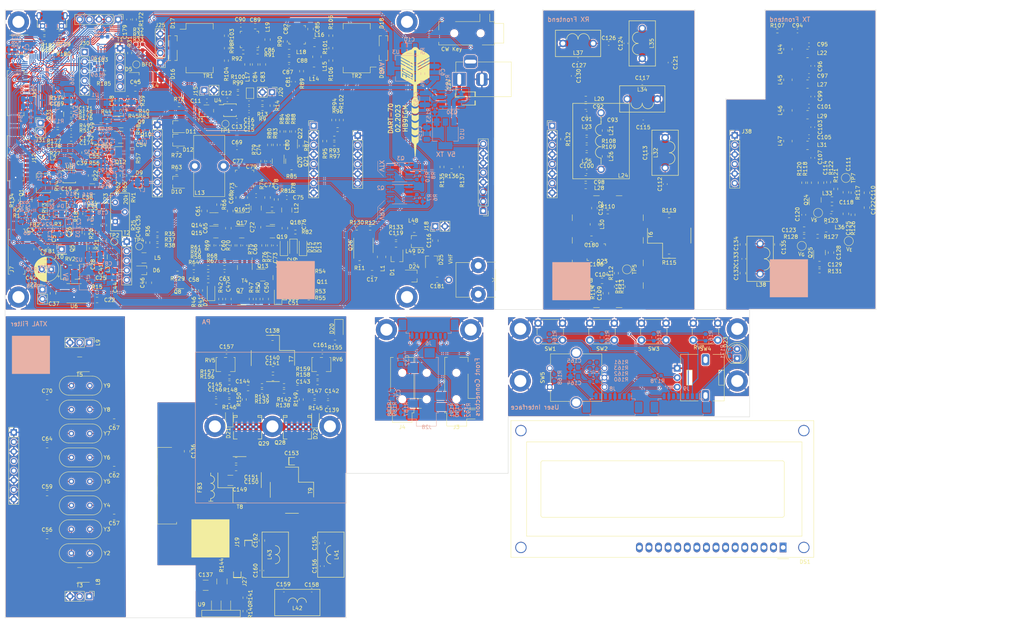
<source format=kicad_pcb>
(kicad_pcb (version 20211014) (generator pcbnew)

  (general
    (thickness 1.6)
  )

  (paper "A4")
  (layers
    (0 "F.Cu" signal)
    (31 "B.Cu" signal)
    (32 "B.Adhes" user "B.Adhesive")
    (33 "F.Adhes" user "F.Adhesive")
    (34 "B.Paste" user)
    (35 "F.Paste" user)
    (36 "B.SilkS" user "B.Silkscreen")
    (37 "F.SilkS" user "F.Silkscreen")
    (38 "B.Mask" user)
    (39 "F.Mask" user)
    (40 "Dwgs.User" user "User.Drawings")
    (41 "Cmts.User" user "User.Comments")
    (42 "Eco1.User" user "User.Eco1")
    (43 "Eco2.User" user "User.Eco2")
    (44 "Edge.Cuts" user)
    (45 "Margin" user)
    (46 "B.CrtYd" user "B.Courtyard")
    (47 "F.CrtYd" user "F.Courtyard")
    (48 "B.Fab" user)
    (49 "F.Fab" user)
    (50 "User.1" user)
    (51 "User.2" user)
    (52 "User.3" user)
    (53 "User.4" user)
    (54 "User.5" user)
    (55 "User.6" user)
    (56 "User.7" user)
    (57 "User.8" user)
    (58 "User.9" user)
  )

  (setup
    (stackup
      (layer "F.SilkS" (type "Top Silk Screen"))
      (layer "F.Paste" (type "Top Solder Paste"))
      (layer "F.Mask" (type "Top Solder Mask") (thickness 0.01))
      (layer "F.Cu" (type "copper") (thickness 0.035))
      (layer "dielectric 1" (type "core") (thickness 1.51) (material "FR4") (epsilon_r 4.5) (loss_tangent 0.02))
      (layer "B.Cu" (type "copper") (thickness 0.035))
      (layer "B.Mask" (type "Bottom Solder Mask") (thickness 0.01))
      (layer "B.Paste" (type "Bottom Solder Paste"))
      (layer "B.SilkS" (type "Bottom Silk Screen"))
      (copper_finish "None")
      (dielectric_constraints no)
    )
    (pad_to_mask_clearance 0)
    (pcbplotparams
      (layerselection 0x0000130_ffffffff)
      (disableapertmacros false)
      (usegerberextensions false)
      (usegerberattributes true)
      (usegerberadvancedattributes true)
      (creategerberjobfile true)
      (svguseinch false)
      (svgprecision 6)
      (excludeedgelayer true)
      (plotframeref false)
      (viasonmask false)
      (mode 1)
      (useauxorigin false)
      (hpglpennumber 1)
      (hpglpenspeed 20)
      (hpglpendiameter 15.000000)
      (dxfpolygonmode true)
      (dxfimperialunits true)
      (dxfusepcbnewfont true)
      (psnegative false)
      (psa4output false)
      (plotreference true)
      (plotvalue true)
      (plotinvisibletext false)
      (sketchpadsonfab false)
      (subtractmaskfromsilk false)
      (outputformat 5)
      (mirror false)
      (drillshape 0)
      (scaleselection 1)
      (outputdirectory "out")
    )
  )

  (net 0 "")
  (net 1 "+12V")
  (net 2 "GND")
  (net 3 "Net-(C2-Pad1)")
  (net 4 "Net-(C3-Pad1)")
  (net 5 "+9VA")
  (net 6 "/MIC")
  (net 7 "Net-(C6-Pad2)")
  (net 8 "+5VA")
  (net 9 "Net-(C10-Pad1)")
  (net 10 "Net-(C11-Pad1)")
  (net 11 "Net-(C11-Pad2)")
  (net 12 "Net-(C14-Pad1)")
  (net 13 "Net-(C14-Pad2)")
  (net 14 "Net-(C15-Pad1)")
  (net 15 "/BFO")
  (net 16 "Net-(C16-Pad1)")
  (net 17 "Net-(C16-Pad2)")
  (net 18 "Net-(C17-Pad1)")
  (net 19 "/Antenna Switch/TX")
  (net 20 "Net-(C18-Pad1)")
  (net 21 "Net-(C18-Pad2)")
  (net 22 "Net-(C19-Pad1)")
  (net 23 "Net-(C19-Pad2)")
  (net 24 "Net-(C20-Pad1)")
  (net 25 "Net-(C20-Pad2)")
  (net 26 "Net-(C22-Pad1)")
  (net 27 "Net-(C23-Pad1)")
  (net 28 "Net-(C23-Pad2)")
  (net 29 "Net-(C25-Pad1)")
  (net 30 "Net-(C25-Pad2)")
  (net 31 "Net-(C26-Pad1)")
  (net 32 "Net-(C27-Pad1)")
  (net 33 "Net-(C27-Pad2)")
  (net 34 "Net-(C28-Pad1)")
  (net 35 "+VRX")
  (net 36 "Net-(C31-Pad1)")
  (net 37 "Net-(C33-Pad1)")
  (net 38 "/Baseband/VAGC")
  (net 39 "Net-(C37-Pad1)")
  (net 40 "Net-(C39-Pad1)")
  (net 41 "Net-(C39-Pad2)")
  (net 42 "Net-(C40-Pad2)")
  (net 43 "Net-(C41-Pad2)")
  (net 44 "Net-(C42-Pad1)")
  (net 45 "/Baseband/SPKR_OUT")
  (net 46 "Net-(C43-Pad2)")
  (net 47 "Net-(C44-Pad2)")
  (net 48 "Net-(C45-Pad1)")
  (net 49 "Net-(C45-Pad2)")
  (net 50 "Net-(C46-Pad1)")
  (net 51 "Net-(C46-Pad2)")
  (net 52 "Net-(C47-Pad1)")
  (net 53 "Net-(C47-Pad2)")
  (net 54 "Net-(C48-Pad1)")
  (net 55 "Net-(C48-Pad2)")
  (net 56 "Net-(C49-Pad1)")
  (net 57 "Net-(C49-Pad2)")
  (net 58 "Net-(C50-Pad1)")
  (net 59 "Net-(C51-Pad2)")
  (net 60 "Net-(C52-Pad1)")
  (net 61 "Net-(C53-Pad1)")
  (net 62 "Net-(C53-Pad2)")
  (net 63 "Net-(C54-Pad2)")
  (net 64 "Net-(C55-Pad1)")
  (net 65 "Net-(C55-Pad2)")
  (net 66 "Net-(C56-Pad2)")
  (net 67 "Net-(C57-Pad2)")
  (net 68 "Net-(C58-Pad1)")
  (net 69 "Net-(C59-Pad2)")
  (net 70 "Net-(C60-Pad2)")
  (net 71 "Net-(C61-Pad1)")
  (net 72 "Net-(C62-Pad2)")
  (net 73 "Net-(C63-Pad2)")
  (net 74 "Net-(C64-Pad2)")
  (net 75 "Net-(C65-Pad1)")
  (net 76 "Net-(C65-Pad2)")
  (net 77 "Net-(C66-Pad2)")
  (net 78 "Net-(C67-Pad2)")
  (net 79 "Net-(C68-Pad1)")
  (net 80 "Net-(C69-Pad1)")
  (net 81 "Net-(C69-Pad2)")
  (net 82 "Net-(C70-Pad2)")
  (net 83 "Net-(C71-Pad2)")
  (net 84 "Net-(C72-Pad1)")
  (net 85 "Net-(C72-Pad2)")
  (net 86 "Net-(C73-Pad2)")
  (net 87 "Net-(C74-Pad2)")
  (net 88 "Net-(C75-Pad2)")
  (net 89 "Net-(C76-Pad1)")
  (net 90 "Net-(C76-Pad2)")
  (net 91 "Net-(C78-Pad1)")
  (net 92 "Net-(C80-Pad1)")
  (net 93 "Net-(C80-Pad2)")
  (net 94 "Net-(C81-Pad1)")
  (net 95 "Net-(C81-Pad2)")
  (net 96 "Net-(C82-Pad1)")
  (net 97 "Net-(C82-Pad2)")
  (net 98 "Net-(C83-Pad2)")
  (net 99 "Net-(C86-Pad1)")
  (net 100 "Net-(C86-Pad2)")
  (net 101 "Net-(C87-Pad2)")
  (net 102 "Net-(C90-Pad2)")
  (net 103 "/70MHz VHF Frontend/VHF_RX")
  (net 104 "/70MHz VHF Frontend/TX_FROM_MIX")
  (net 105 "Net-(C94-Pad2)")
  (net 106 "Net-(C96-Pad2)")
  (net 107 "Net-(C100-Pad2)")
  (net 108 "Net-(C101-Pad2)")
  (net 109 "Net-(C102-Pad2)")
  (net 110 "Net-(C103-Pad1)")
  (net 111 "Net-(C104-Pad2)")
  (net 112 "Net-(C106-Pad1)")
  (net 113 "Net-(C107-Pad2)")
  (net 114 "Net-(C108-Pad1)")
  (net 115 "Net-(C109-Pad2)")
  (net 116 "/70MHz VHF Frontend/+VTX_FE")
  (net 117 "Net-(C111-Pad2)")
  (net 118 "Net-(C112-Pad1)")
  (net 119 "Net-(C112-Pad2)")
  (net 120 "Net-(C114-Pad2)")
  (net 121 "Net-(C115-Pad2)")
  (net 122 "Net-(C118-Pad2)")
  (net 123 "Net-(C120-Pad1)")
  (net 124 "Net-(C120-Pad2)")
  (net 125 "Net-(C121-Pad1)")
  (net 126 "Net-(C125-Pad2)")
  (net 127 "Net-(C126-Pad1)")
  (net 128 "Net-(C128-Pad1)")
  (net 129 "Net-(C128-Pad2)")
  (net 130 "Net-(C129-Pad1)")
  (net 131 "/70MHz VHF Frontend/RX_TO_MIX")
  (net 132 "/70MHz VHF Frontend/VHF_TX")
  (net 133 "Net-(C136-Pad2)")
  (net 134 "VGG1")
  (net 135 "Net-(C140-Pad1)")
  (net 136 "Net-(C140-Pad2)")
  (net 137 "Net-(C143-Pad1)")
  (net 138 "Net-(C143-Pad2)")
  (net 139 "Net-(C144-Pad1)")
  (net 140 "Net-(C144-Pad2)")
  (net 141 "VGG2")
  (net 142 "+3V3")
  (net 143 "/PA 70MHz/VG_5V")
  (net 144 "Net-(C155-Pad2)")
  (net 145 "Net-(C156-Pad2)")
  (net 146 "Net-(C159-Pad2)")
  (net 147 "/Control on separate board/ENC_B")
  (net 148 "/Control on separate board/ENC_A")
  (net 149 "/Control on separate board/3.3V_UI")
  (net 150 "Net-(C169-Pad1)")
  (net 151 "Net-(C171-Pad1)")
  (net 152 "Net-(C172-Pad1)")
  (net 153 "Net-(C173-Pad2)")
  (net 154 "Net-(C164-Pad2)")
  (net 155 "Net-(C176-Pad1)")
  (net 156 "Net-(C165-Pad1)")
  (net 157 "Net-(C116-Pad1)")
  (net 158 "Net-(D5-Pad1)")
  (net 159 "Net-(D5-Pad2)")
  (net 160 "Net-(D6-Pad1)")
  (net 161 "Net-(D6-Pad2)")
  (net 162 "Net-(D7-Pad2)")
  (net 163 "Net-(D8-Pad2)")
  (net 164 "Net-(D9-Pad1)")
  (net 165 "Net-(D10-Pad3)")
  (net 166 "Net-(D10-Pad1)")
  (net 167 "Net-(D11-Pad1)")
  (net 168 "Net-(D11-Pad3)")
  (net 169 "Net-(D13-Pad2)")
  (net 170 "Net-(D14-Pad2)")
  (net 171 "Net-(D15-Pad2)")
  (net 172 "Net-(D16-Pad1)")
  (net 173 "Net-(D16-Pad2)")
  (net 174 "Net-(D16-Pad3)")
  (net 175 "Net-(D17-Pad3)")
  (net 176 "Net-(D18-Pad1)")
  (net 177 "Net-(D18-Pad2)")
  (net 178 "Net-(D18-Pad3)")
  (net 179 "Net-(D19-Pad3)")
  (net 180 "Net-(D20-Pad2)")
  (net 181 "Net-(D21-Pad2)")
  (net 182 "/Control on separate board/STATUSn")
  (net 183 "Net-(D23-Pad2)")
  (net 184 "unconnected-(DS1-Pad1)")
  (net 185 "unconnected-(DS1-Pad2)")
  (net 186 "unconnected-(DS1-Pad3)")
  (net 187 "unconnected-(DS1-Pad4)")
  (net 188 "unconnected-(DS1-Pad5)")
  (net 189 "unconnected-(DS1-Pad6)")
  (net 190 "unconnected-(DS1-Pad7)")
  (net 191 "unconnected-(DS1-Pad8)")
  (net 192 "unconnected-(DS1-Pad9)")
  (net 193 "unconnected-(DS1-Pad10)")
  (net 194 "unconnected-(DS1-Pad11)")
  (net 195 "unconnected-(DS1-Pad12)")
  (net 196 "unconnected-(DS1-Pad13)")
  (net 197 "unconnected-(DS1-Pad14)")
  (net 198 "unconnected-(DS1-Pad15)")
  (net 199 "unconnected-(DS1-Pad16)")
  (net 200 "Net-(FB1-Pad2)")
  (net 201 "unconnected-(J3-PadNC)")
  (net 202 "Net-(J3-PadR1)")
  (net 203 "unconnected-(J3-PadR2)")
  (net 204 "Net-(J3-PadS)")
  (net 205 "Net-(J3-PadT)")
  (net 206 "unconnected-(J3-PadTN)")
  (net 207 "Net-(J4-PadR)")
  (net 208 "Net-(J4-PadTN)")
  (net 209 "/CW_RING")
  (net 210 "/CW_TIP")
  (net 211 "unconnected-(J5-PadTN)")
  (net 212 "Net-(C30-Pad1)")
  (net 213 "Net-(J7-Pad1)")
  (net 214 "Net-(C32-Pad1)")
  (net 215 "/Baseband/SPKR_DET")
  (net 216 "Net-(J8-Pad3)")
  (net 217 "Net-(J9-Pad2)")
  (net 218 "Net-(J9-Pad3)")
  (net 219 "Net-(J9-Pad4)")
  (net 220 "Net-(J9-Pad5)")
  (net 221 "unconnected-(J9-Pad6)")
  (net 222 "unconnected-(J12-Pad3)")
  (net 223 "/Baseband/GPIO_XTAL")
  (net 224 "/EN_VRX")
  (net 225 "/EN_VTX")
  (net 226 "/MIC_PTTn")
  (net 227 "/Baseband/CW_KEYn")
  (net 228 "/Baseband/CW_TONE")
  (net 229 "Net-(Q30-Pad5)")
  (net 230 "/Baseband/SPKR_VOL")
  (net 231 "/MUTE_MICn")
  (net 232 "/SDA")
  (net 233 "/SCL")
  (net 234 "/S_METER")
  (net 235 "/Baseband/VHF_IN")
  (net 236 "/Baseband/VHF_OUT")
  (net 237 "/CLK1")
  (net 238 "Net-(J22-Pad2)")
  (net 239 "+VTX")
  (net 240 "Net-(J24-Pad2)")
  (net 241 "unconnected-(J24-Pad4)")
  (net 242 "unconnected-(J24-Pad5)")
  (net 243 "Net-(J24-Pad7)")
  (net 244 "/Control on separate board/DISP_LAT")
  (net 245 "/Control on separate board/I2C2_SDA")
  (net 246 "/Control on separate board/I2C2_SCL")
  (net 247 "/Control on separate board/PC14")
  (net 248 "/Control on separate board/PC13")
  (net 249 "Net-(C93-Pad1)")
  (net 250 "/Control on separate board/USART1_TX")
  (net 251 "/Control on separate board/USART1_RX")
  (net 252 "/Control on separate board/PB15")
  (net 253 "unconnected-(J34-Pad1)")
  (net 254 "/Control on separate board/USB_DM")
  (net 255 "/Control on separate board/USB_DP")
  (net 256 "Net-(J34-Pad4)")
  (net 257 "/Control on separate board/SWCLK")
  (net 258 "/Control on separate board/SWDIO")
  (net 259 "/Control on separate board/RESETn")
  (net 260 "/LO1")
  (net 261 "Net-(L14-Pad1)")
  (net 262 "Net-(L15-Pad1)")
  (net 263 "Net-(L19-Pad1)")
  (net 264 "Net-(L21-Pad2)")
  (net 265 "Net-(L23-Pad2)")
  (net 266 "Net-(L25-Pad2)")
  (net 267 "Net-(Q1-Pad1)")
  (net 268 "Net-(Q2-Pad4)")
  (net 269 "Net-(Q3-Pad4)")
  (net 270 "Net-(Q6-Pad1)")
  (net 271 "Net-(Q7-Pad1)")
  (net 272 "Net-(Q10-Pad1)")
  (net 273 "Net-(Q10-Pad2)")
  (net 274 "Net-(Q11-Pad1)")
  (net 275 "Net-(Q11-Pad3)")
  (net 276 "Net-(Q13-Pad1)")
  (net 277 "Net-(Q14-Pad2)")
  (net 278 "Net-(Q14-Pad3)")
  (net 279 "Net-(Q16-Pad2)")
  (net 280 "Net-(Q18-Pad2)")
  (net 281 "Net-(Q20-Pad1)")
  (net 282 "Net-(Q21-Pad1)")
  (net 283 "Net-(Q23-Pad1)")
  (net 284 "Net-(Q24-Pad4)")
  (net 285 "/70MHz VHF Frontend/+VRX_FE")
  (net 286 "Net-(Q30-Pad4)")
  (net 287 "Net-(R22-Pad2)")
  (net 288 "Net-(R23-Pad2)")
  (net 289 "Net-(R28-Pad2)")
  (net 290 "Net-(R31-Pad1)")
  (net 291 "Net-(R31-Pad2)")
  (net 292 "Net-(R35-Pad1)")
  (net 293 "Net-(R36-Pad1)")
  (net 294 "Net-(R93-Pad1)")
  (net 295 "Net-(R103-Pad2)")
  (net 296 "Net-(R104-Pad2)")
  (net 297 "Net-(R100-Pad1)")
  (net 298 "Net-(R101-Pad1)")
  (net 299 "Net-(R111-Pad2)")
  (net 300 "Net-(R140-Pad1)")
  (net 301 "Net-(J27-Pad1)")
  (net 302 "Net-(R157-Pad1)")
  (net 303 "Net-(R159-Pad1)")
  (net 304 "Net-(R160-Pad1)")
  (net 305 "Net-(R161-Pad2)")
  (net 306 "/Control on separate board/BTN0")
  (net 307 "/Control on separate board/BTN1")
  (net 308 "/Control on separate board/BTN2")
  (net 309 "/Control on separate board/BTN3")
  (net 310 "Net-(R168-Pad1)")
  (net 311 "/Control on separate board/ENC_BTN")
  (net 312 "/Control on separate board/XTAL1")
  (net 313 "/Control on separate board/XTAL2")
  (net 314 "/Control on separate board/PWM_CW")
  (net 315 "/Control on separate board/MUTE_SPKR")
  (net 316 "Net-(R178-Pad2)")
  (net 317 "Net-(R179-Pad2)")
  (net 318 "Net-(R180-Pad2)")
  (net 319 "/Control on separate board/BOOT0")
  (net 320 "/Control on separate board/BOOT1")
  (net 321 "unconnected-(T3-Pad2)")
  (net 322 "unconnected-(T5-Pad2)")
  (net 323 "unconnected-(TR1-Pad10)")
  (net 324 "unconnected-(TR1-Pad15)")
  (net 325 "unconnected-(TR2-Pad10)")
  (net 326 "unconnected-(TR2-Pad15)")
  (net 327 "Net-(U4-Pad3)")
  (net 328 "Net-(D23-Pad1)")
  (net 329 "Net-(D22-Pad2)")
  (net 330 "unconnected-(T4-Pad2)")
  (net 331 "/Antenna Switch/RX")
  (net 332 "Net-(C38-Pad1)")
  (net 333 "Net-(L22-Pad2)")
  (net 334 "Net-(L27-Pad2)")
  (net 335 "Net-(L29-Pad2)")
  (net 336 "Net-(L31-Pad2)")
  (net 337 "unconnected-(J13-Pad1)")
  (net 338 "unconnected-(J14-Pad1)")
  (net 339 "unconnected-(U11-Pad1)")
  (net 340 "Net-(C119-Pad1)")
  (net 341 "/Antenna Switch/ANT")
  (net 342 "/Antenna Switch/V_{PIN}")
  (net 343 "Net-(Q26-Pad5)")
  (net 344 "Net-(Q26-Pad7)")
  (net 345 "/TX_to_PA")
  (net 346 "/Baseband/AGC_to_METER")
  (net 347 "Net-(C136-Pad1)")
  (net 348 "/PA 70MHz/V_{DD}")
  (net 349 "Net-(C154-Pad1)")
  (net 350 "Net-(C137-Pad1)")
  (net 351 "Net-(C181-Pad2)")
  (net 352 "Net-(FB3-Pad1)")
  (net 353 "Net-(J16-Pad5)")
  (net 354 "Net-(C162-Pad2)")
  (net 355 "Net-(J8-Pad2)")
  (net 356 "Net-(J8-Pad5)")
  (net 357 "Net-(J6-Pad5)")
  (net 358 "Net-(C148-Pad2)")
  (net 359 "Net-(Q28-Pad1)")
  (net 360 "Net-(Q29-Pad1)")
  (net 361 "Net-(C147-Pad2)")
  (net 362 "Net-(C163-Pad1)")
  (net 363 "Net-(C163-Pad2)")
  (net 364 "Net-(C177-Pad2)")
  (net 365 "Net-(J7-Pad4)")
  (net 366 "unconnected-(J28-PadNC)")
  (net 367 "Net-(J28-PadR1)")
  (net 368 "Net-(J28-PadR2)")
  (net 369 "unconnected-(J28-PadTN)")
  (net 370 "Net-(Q27-Pad1)")
  (net 371 "Net-(Q32-Pad1)")
  (net 372 "/Control on separate board/PB4")
  (net 373 "/VOX_PTTn")

  (footprint "Capacitor_SMD:C_0603_1608Metric_Pad1.08x0.95mm_HandSolder" (layer "F.Cu") (at 30.48 52.832 180))

  (footprint "Resistor_SMD:R_0603_1608Metric_Pad0.98x0.95mm_HandSolder" (layer "F.Cu") (at 224.663 66.167 -90))

  (footprint "Crystal:Crystal_HC49-U_Vertical" (layer "F.Cu") (at 30.531 145.41))

  (footprint "Resistor_SMD:R_0603_1608Metric_Pad0.98x0.95mm_HandSolder" (layer "F.Cu") (at 72.42 119.228))

  (footprint "Resistor_SMD:R_0603_1608Metric_Pad0.98x0.95mm_HandSolder" (layer "F.Cu") (at 89.916 79.248))

  (footprint "Package_SO:MSOP-10_3x3mm_P0.5mm" (layer "F.Cu") (at 29.972 64.516))

  (footprint "mpb:four_4mm_pads_narrow" (layer "F.Cu") (at 83.85 112.624 -90))

  (footprint "Potentiometer_SMD:Potentiometer_Bourns_3214W_Vertical" (layer "F.Cu") (at 23.114 66.294 -90))

  (footprint "Potentiometer_SMD:Potentiometer_Bourns_3214W_Vertical" (layer "F.Cu") (at 26.67 72.898 180))

  (footprint "Resistor_SMD:R_0603_1608Metric_Pad0.98x0.95mm_HandSolder" (layer "F.Cu") (at 237.744 74.676 90))

  (footprint "Capacitor_SMD:C_0603_1608Metric_Pad1.08x0.95mm_HandSolder" (layer "F.Cu") (at 183.896 58.42 -90))

  (footprint "Resistor_SMD:R_0603_1608Metric_Pad0.98x0.95mm_HandSolder" (layer "F.Cu") (at 59.0785 45.466))

  (footprint "Capacitor_SMD:C_0603_1608Metric_Pad1.08x0.95mm_HandSolder" (layer "F.Cu") (at 42.672 44.45 90))

  (footprint "Resistor_SMD:R_0603_1608Metric_Pad0.98x0.95mm_HandSolder" (layer "F.Cu") (at 228.346 80.391 180))

  (footprint "Capacitor_SMD:C_0805_2012Metric_Pad1.18x1.45mm_HandSolder" (layer "F.Cu") (at 83.977 115.672))

  (footprint "Capacitor_SMD:C_0805_2012Metric_Pad1.18x1.45mm_HandSolder" (layer "F.Cu") (at 83.9555 117.958))

  (footprint "Diode_SMD:D_SOD-123F" (layer "F.Cu") (at 86.868 83.312 90))

  (footprint "Resistor_SMD:R_0603_1608Metric_Pad0.98x0.95mm_HandSolder" (layer "F.Cu") (at 48.514 32.507 180))

  (footprint "mpb:PLD-1.5W" (layer "F.Cu") (at 77.246 130.912))

  (footprint "Capacitor_SMD:C_0805_2012Metric_Pad1.18x1.45mm_HandSolder" (layer "F.Cu") (at 61.214 137.414 -90))

  (footprint "Capacitor_SMD:C_0805_2012Metric_Pad1.18x1.45mm_HandSolder" (layer "F.Cu") (at 208.534 82.55 -90))

  (footprint "Connector_BarrelJack:BarrelJack_Horizontal" (layer "F.Cu") (at 133.35 38.735 180))

  (footprint "Inductor_SMD:L_1008_2520Metric_Pad1.43x2.20mm_HandSolder" (layer "F.Cu") (at 220.472 30.734 90))

  (footprint "Package_TO_SOT_SMD:SOT-23" (layer "F.Cu") (at 58.674 92.71 180))

  (footprint "MountingHole:MountingHole_3.2mm_M3_DIN965_Pad" (layer "F.Cu") (at 149.536 104.956))

  (footprint "Resistor_SMD:R_0603_1608Metric_Pad0.98x0.95mm_HandSolder" (layer "F.Cu") (at 46.6575 52.07 90))

  (footprint "Capacitor_SMD:C_0805_2012Metric_Pad1.18x1.45mm_HandSolder" (layer "F.Cu") (at 168.402 81.026 180))

  (footprint "Inductor_SMD:L_1008_2520Metric_Pad1.43x2.20mm_HandSolder" (layer "F.Cu") (at 94.957 28.956))

  (footprint "Connector_PinHeader_1.27mm:PinHeader_2x04_P1.27mm_Vertical_SMD" (layer "F.Cu") (at 17.272 29.591))

  (footprint "Package_TO_SOT_SMD:SOT-23_Handsoldering" (layer "F.Cu") (at 58.166 54.864 180))

  (footprint "Capacitor_SMD:C_0805_2012Metric_Pad1.18x1.45mm_HandSolder" (layer "F.Cu") (at 97.028 161.798 90))

  (footprint "Capacitor_SMD:C_0603_1608Metric_Pad1.08x0.95mm_HandSolder" (layer "F.Cu") (at 40.8155 51.562 90))

  (footprint "mpb:two_4mm_pads" (layer "F.Cu") (at 135.89 43.815 -90))

  (footprint "Inductor_SMD:L_1008_2520Metric_Pad1.43x2.20mm_HandSolder" (layer "F.Cu") (at 220.472 55.118 90))

  (footprint "Capacitor_SMD:C_0805_2012Metric_Pad1.18x1.45mm_HandSolder" (layer "F.Cu") (at 82.042 97.028 -90))

  (footprint "Capacitor_SMD:C_0603_1608Metric_Pad1.08x0.95mm_HandSolder" (layer "F.Cu") (at 89.408 39.37 90))

  (footprint "Resistor_SMD:R_0603_1608Metric_Pad0.98x0.95mm_HandSolder" (layer "F.Cu") (at 39.7995 48.768))

  (footprint "Inductor_SMD:L_0805_2012Metric_Pad1.15x1.40mm_HandSolder" (layer "F.Cu") (at 167.132 52.832 180))

  (footprint "TestPoint:TestPoint_Pad_D2.0mm" (layer "F.Cu") (at 236.601 81.661 -90))

  (footprint "Resistor_SMD:R_0603_1608Metric_Pad0.98x0.95mm_HandSolder" (layer "F.Cu") (at 72.39 124.206 180))

  (footprint "Package_TO_SOT_SMD:SOT-323_SC-70_Handsoldering" (layer "F.Cu") (at 57.404 27.9185 90))

  (footprint "Resistor_SMD:R_0603_1608Metric_Pad0.98x0.95mm_HandSolder" (layer "F.Cu") (at 76.543 179.822 -90))

  (footprint "Resistor_SMD:R_0603_1608Metric_Pad0.98x0.95mm_HandSolder" (layer "F.Cu") (at 74.676 70.104 -90))

  (footprint "Capacitor_SMD:C_0603_1608Metric_Pad1.08x0.95mm_HandSolder" (layer "F.Cu") (at 76.454 82.804 90))

  (footprint "Potentiometer_SMD:Potentiometer_Bourns_3214W_Vertical" (layer "F.Cu") (at 96.804 114.402))

  (footprint "Capacitor_SMD:C_0805_2012Metric_Pad1.18x1.45mm_HandSolder" (layer "F.Cu") (at 241.427 68.834 90))

  (footprint "Capacitor_SMD:C_0805_2012Metric_Pad1.18x1.45mm_HandSolder" (layer "F.Cu") (at 41.871 129.535 180))

  (footprint "Capacitor_SMD:C_0805_2012Metric_Pad1.18x1.45mm_HandSolder" (layer "F.Cu") (at 79.248 34.798 -90))

  (footprint "Crystal:Crystal_HC49-U_Vertical" (layer "F.Cu") (at 35.431 120.01 180))

  (footprint "Jumper:SolderJumper-2_P1.3mm_Open_TrianglePad1.0x1.5mm" (layer "F.Cu") (at 77.8775 42.418 90))

  (footprint "Capacitor_SMD:C_0805_2012Metric_Pad1.18x1.45mm_HandSolder" (layer "F.Cu") (at 232.156 73.025 180))

  (footprint "Resistor_SMD:R_0603_1608Metric_Pad0.98x0.95mm_HandSolder" (layer "F.Cu") (at 89.408 52.578 -90))

  (footprint "Resistor_SMD:R_0603_1608Metric_Pad0.98x0.95mm_HandSolder" (layer "F.Cu") (at 228.854 89.535 180))

  (footprint "Resistor_SMD:R_0603_1608Metric_Pad0.98x0.95mm_HandSolder" (layer "F.Cu") (at 231.902 74.93))

  (footprint "Capacitor_SMD:C_0805_2012Metric_Pad1.18x1.45mm_HandSolder" (layer "F.Cu")
    (tedit 5F68FEEF) (tstamp 1bafce3e-a05c-40ee-9ab1-dbf1bce75a0d)
    (at 241.427 72.771 -90)
    (descr "Capacitor SMD 0805 (2012 Metric), square (rectangular) end terminal, IPC_7351 nominal with elongated pad for handsoldering. (Body size source: IPC-SM-782 page 76, https://www.pcb-3d.com/wordpress/wp-content/uploads/ipc-sm-782a_amendment_1_and_2.pdf, https://docs.google.com/spreadsheets/d/1BsfQQcO9C6DZCsRaXUlFlo91Tg2WpOkGARC1WS5S8t0/edit?usp=sharing), generated with kicad-footprint-generator")
    (tags "capacitor handsolder")
    (property "MPN" "VJ0805A103KXJTBC")
    (property "Need_order" "0")
    (property "Sheetfile" "frontend_70.kicad_sch")
    (property "Sheetname" "70MHz VHF Frontend")
    (path "/8cbb5345-c7a6-41b7-8a2a-794c3d5f0f34/993db2c0-eaca-475f-914a-6dcd5e59646b")
    (attr smd)
    (fp_text reference "C122" (at 0 -1.68 90) (layer "F.SilkS")
      (effects (font (size 1 1) (thickness 0.15)))
      (tstamp 7f95ec9b-8f9d-490f-889a-fd4e13f43033)
    )
    (fp_text value "10nF" (at 0 1.68 90) (layer "F.Fab")
      (effects (font (size 1 1) (thickness 0.15)))
      (tstamp 28f981c1-9d55-4766-b660-604fc9a667a3)
    )
    (fp_text user "${REFERENCE}" (at 0 0 90) (layer "F.Fab")
      (effects (font (size 0.5 0.5) (thickness 0.08)))
      (tstamp 8ee67f41-f96b-4695-98c0-1178b1f8db3a)
    )
    (fp_line (start -0.261252 -0.735) (end 0.261252 -0.735) (layer "F.SilkS") (width 0.12) (tstamp 3b328fc6-8bad-4959-9c93-f89f1e104038))
    (fp_line (start -0.261252 0.735) (end 0.261252 0.735) (layer "F.SilkS") (width 0.12) (tstamp 88932045-c8b3-4dac-9793-5759f687f195))
    (fp_line (start 1.88 -0.98) (end 1.88 0.98) (layer "F.CrtYd") (width 0.05) (tstamp 1eee918f-d4c6-439b-a8fb-36f57fb150de))
    (fp_line (start -1.88 0.98) (end -1.88 -0.98) (layer "F.CrtYd") (width 0.05) (tstamp 6848395e-0e0c-4133-9e34-99b6360aa7b3))
    (fp_line (start -1.88 -0.98) (end 1.88 -0.98) (layer "F.CrtYd") (width 0.05) (tstamp d66772d1-aaff-4b30-9c19-d84c1a0c1ee8))
    (fp_line (start 1.88 0.98) (end -1.88 0.98) (layer "F.CrtYd") (width 0.05) (tstamp fa51e41e-4fd7-41c7-a14d-556af675cc12))
    (fp_line (start 1 -0.625) (end 1 0.625) (layer "F.Fab") (width 0.1) (tstamp 25099b36-b9e6-4234-8b66-edd2c58b8c29))
    (fp_line (start 1 0.625) (end -1 0.625) (layer "F.Fab") (width 0.1) (tstamp 3c1b96f8-a66f-4a25-abf5-186d45351a20))
    (fp_line (start -1 0.625) (end -1 -0.625) (layer "F.Fab") (width 0.1) (tstamp 898931f4-3aeb-4f77-915f-64f2cd75f99e))
    (fp_line (start -1 -0.625) (end 1 -0.625) (layer "F.F
... [6358658 chars truncated]
</source>
